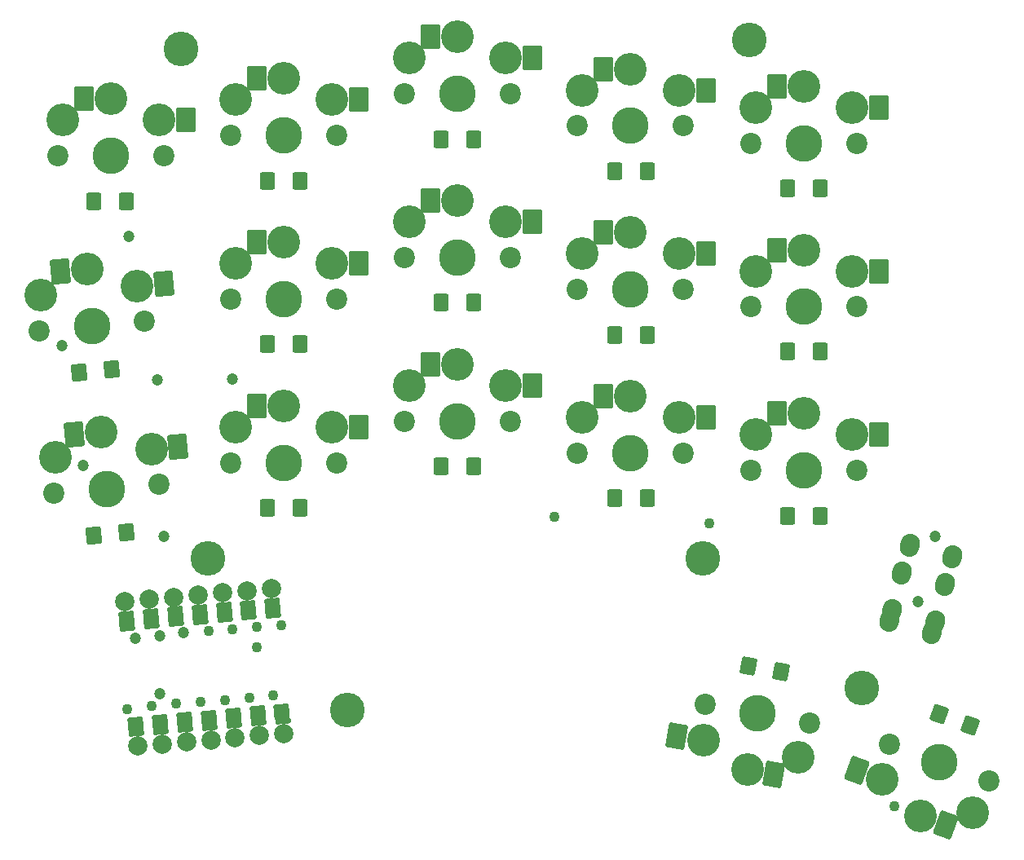
<source format=gbs>
G04 #@! TF.GenerationSoftware,KiCad,Pcbnew,7.0.5*
G04 #@! TF.CreationDate,2023-06-14T10:23:52+08:00*
G04 #@! TF.ProjectId,AWKB-C,41574b42-2d43-42e6-9b69-6361645f7063,rev?*
G04 #@! TF.SameCoordinates,Original*
G04 #@! TF.FileFunction,Soldermask,Bot*
G04 #@! TF.FilePolarity,Negative*
%FSLAX46Y46*%
G04 Gerber Fmt 4.6, Leading zero omitted, Abs format (unit mm)*
G04 Created by KiCad (PCBNEW 7.0.5) date 2023-06-14 10:23:52*
%MOMM*%
%LPD*%
G01*
G04 APERTURE LIST*
G04 Aperture macros list*
%AMRoundRect*
0 Rectangle with rounded corners*
0 $1 Rounding radius*
0 $2 $3 $4 $5 $6 $7 $8 $9 X,Y pos of 4 corners*
0 Add a 4 corners polygon primitive as box body*
4,1,4,$2,$3,$4,$5,$6,$7,$8,$9,$2,$3,0*
0 Add four circle primitives for the rounded corners*
1,1,$1+$1,$2,$3*
1,1,$1+$1,$4,$5*
1,1,$1+$1,$6,$7*
1,1,$1+$1,$8,$9*
0 Add four rect primitives between the rounded corners*
20,1,$1+$1,$2,$3,$4,$5,0*
20,1,$1+$1,$4,$5,$6,$7,0*
20,1,$1+$1,$6,$7,$8,$9,0*
20,1,$1+$1,$8,$9,$2,$3,0*%
%AMHorizOval*
0 Thick line with rounded ends*
0 $1 width*
0 $2 $3 position (X,Y) of the first rounded end (center of the circle)*
0 $4 $5 position (X,Y) of the second rounded end (center of the circle)*
0 Add line between two ends*
20,1,$1,$2,$3,$4,$5,0*
0 Add two circle primitives to create the rounded ends*
1,1,$1,$2,$3*
1,1,$1,$4,$5*%
%AMFreePoly0*
4,1,22,0.686777,0.580194,0.756366,0.524698,0.794986,0.444504,0.799999,0.400000,0.800000,0.200000,0.780194,0.113223,0.741421,0.058579,0.141421,-0.541421,0.066056,-0.588777,-0.022393,-0.598742,-0.106406,-0.569345,-0.141421,-0.541421,-0.741421,0.058579,-0.788777,0.133944,-0.800000,0.200000,-0.800000,0.400000,-0.780194,0.486777,-0.724698,0.556366,-0.644504,0.594986,-0.600000,0.600000,
0.600000,0.600000,0.686777,0.580194,0.686777,0.580194,$1*%
%AMFreePoly1*
4,1,26,0.706406,1.169345,0.769345,1.106406,0.798742,1.022393,0.800000,1.000000,0.800000,-0.250000,0.780194,-0.336777,0.724698,-0.406366,0.644504,-0.444986,0.600000,-0.450000,-0.600000,-0.450000,-0.686777,-0.430194,-0.756366,-0.374698,-0.794986,-0.294504,-0.800000,-0.250000,-0.800001,1.000000,-0.780194,1.086777,-0.724698,1.156366,-0.644504,1.194985,-0.555496,1.194986,-0.475302,1.156366,
-0.458579,1.141421,0.000000,0.682842,0.458579,1.141421,0.533944,1.188777,0.622393,1.198742,0.706406,1.169345,0.706406,1.169345,$1*%
G04 Aperture macros list end*
%ADD10C,0.100000*%
%ADD11C,2.200000*%
%ADD12C,3.400000*%
%ADD13C,3.800000*%
%ADD14RoundRect,0.200000X-0.800000X-1.100000X0.800000X-1.100000X0.800000X1.100000X-0.800000X1.100000X0*%
%ADD15RoundRect,0.200000X-0.600000X-0.700000X0.600000X-0.700000X0.600000X0.700000X-0.600000X0.700000X0*%
%ADD16C,3.600000*%
%ADD17RoundRect,0.200000X0.978859X0.944370X-0.596833X1.222207X-0.978859X-0.944370X0.596833X-1.222207X0*%
%ADD18RoundRect,0.200000X-0.701084X-1.165539X0.892827X-1.026090X0.701084X1.165539X-0.892827X1.026090X0*%
%ADD19RoundRect,0.200000X1.127976X0.760046X-0.375532X1.307278X-1.127976X-0.760046X0.375532X-1.307278X0*%
%ADD20C,2.000000*%
%ADD21FreePoly0,185.000000*%
%ADD22FreePoly0,5.000000*%
%ADD23FreePoly1,185.000000*%
%ADD24FreePoly1,5.000000*%
%ADD25RoundRect,0.200000X-0.803230X-0.452573X0.324401X-0.862997X0.803230X0.452573X-0.324401X0.862997X0*%
%ADD26RoundRect,0.200000X-0.712438X-0.585177X0.469331X-0.793554X0.712438X0.585177X-0.469331X0.793554X0*%
%ADD27RoundRect,0.200000X0.536708X0.749630X-0.658726X0.645043X-0.536708X-0.749630X0.658726X-0.645043X0*%
%ADD28RoundRect,0.200000X0.600000X0.700000X-0.600000X0.700000X-0.600000X-0.700000X0.600000X-0.700000X0*%
%ADD29C,1.200000*%
%ADD30HorizOval,2.000000X0.051764X0.193185X-0.051764X-0.193185X0*%
%ADD31HorizOval,2.000000X-0.051764X-0.193185X0.051764X0.193185X0*%
%ADD32C,1.100000*%
G04 APERTURE END LIST*
D10*
X115311113Y-135836693D02*
X114298979Y-135925243D01*
X114210429Y-134913109D01*
X115222563Y-134824559D01*
X115311113Y-135836693D01*
G36*
X115311113Y-135836693D02*
G01*
X114298979Y-135925243D01*
X114210429Y-134913109D01*
X115222563Y-134824559D01*
X115311113Y-135836693D01*
G37*
X117841447Y-135615317D02*
X116829314Y-135703868D01*
X116740763Y-134691734D01*
X117752897Y-134603184D01*
X117841447Y-135615317D01*
G36*
X117841447Y-135615317D02*
G01*
X116829314Y-135703868D01*
X116740763Y-134691734D01*
X117752897Y-134603184D01*
X117841447Y-135615317D01*
G37*
X120371782Y-135393942D02*
X119359648Y-135482492D01*
X119271098Y-134470358D01*
X120283232Y-134381808D01*
X120371782Y-135393942D01*
G36*
X120371782Y-135393942D02*
G01*
X119359648Y-135482492D01*
X119271098Y-134470358D01*
X120283232Y-134381808D01*
X120371782Y-135393942D01*
G37*
X122902116Y-135172566D02*
X121889983Y-135261116D01*
X121801432Y-134248983D01*
X122813566Y-134160432D01*
X122902116Y-135172566D01*
G36*
X122902116Y-135172566D02*
G01*
X121889983Y-135261116D01*
X121801432Y-134248983D01*
X122813566Y-134160432D01*
X122902116Y-135172566D01*
G37*
X125432451Y-134951191D02*
X124420317Y-135039741D01*
X124331767Y-134027607D01*
X125343901Y-133939057D01*
X125432451Y-134951191D01*
G36*
X125432451Y-134951191D02*
G01*
X124420317Y-135039741D01*
X124331767Y-134027607D01*
X125343901Y-133939057D01*
X125432451Y-134951191D01*
G37*
X127962786Y-134729815D02*
X126950652Y-134818365D01*
X126862102Y-133806231D01*
X127874235Y-133717681D01*
X127962786Y-134729815D01*
G36*
X127962786Y-134729815D02*
G01*
X126950652Y-134818365D01*
X126862102Y-133806231D01*
X127874235Y-133717681D01*
X127962786Y-134729815D01*
G37*
X130493120Y-134508439D02*
X129480986Y-134596990D01*
X129392436Y-133584856D01*
X130404570Y-133496306D01*
X130493120Y-134508439D01*
G36*
X130493120Y-134508439D02*
G01*
X129480986Y-134596990D01*
X129392436Y-133584856D01*
X130404570Y-133496306D01*
X130493120Y-134508439D01*
G37*
X114319350Y-124500794D02*
X113307216Y-124589345D01*
X113218666Y-123577211D01*
X114230800Y-123488660D01*
X114319350Y-124500794D01*
G36*
X114319350Y-124500794D02*
G01*
X113307216Y-124589345D01*
X113218666Y-123577211D01*
X114230800Y-123488660D01*
X114319350Y-124500794D01*
G37*
X116849685Y-124279419D02*
X115837551Y-124367969D01*
X115749001Y-123355835D01*
X116761135Y-123267285D01*
X116849685Y-124279419D01*
G36*
X116849685Y-124279419D02*
G01*
X115837551Y-124367969D01*
X115749001Y-123355835D01*
X116761135Y-123267285D01*
X116849685Y-124279419D01*
G37*
X119380019Y-124058043D02*
X118367886Y-124146593D01*
X118279335Y-123134460D01*
X119291469Y-123045909D01*
X119380019Y-124058043D01*
G36*
X119380019Y-124058043D02*
G01*
X118367886Y-124146593D01*
X118279335Y-123134460D01*
X119291469Y-123045909D01*
X119380019Y-124058043D01*
G37*
X121910354Y-123836668D02*
X120898220Y-123925218D01*
X120809670Y-122913084D01*
X121821804Y-122824534D01*
X121910354Y-123836668D01*
G36*
X121910354Y-123836668D02*
G01*
X120898220Y-123925218D01*
X120809670Y-122913084D01*
X121821804Y-122824534D01*
X121910354Y-123836668D01*
G37*
X124440688Y-123615292D02*
X123428555Y-123703842D01*
X123340004Y-122691708D01*
X124352138Y-122603158D01*
X124440688Y-123615292D01*
G36*
X124440688Y-123615292D02*
G01*
X123428555Y-123703842D01*
X123340004Y-122691708D01*
X124352138Y-122603158D01*
X124440688Y-123615292D01*
G37*
X126971023Y-123393916D02*
X125958889Y-123482467D01*
X125870339Y-122470333D01*
X126882473Y-122381783D01*
X126971023Y-123393916D01*
G36*
X126971023Y-123393916D02*
G01*
X125958889Y-123482467D01*
X125870339Y-122470333D01*
X126882473Y-122381783D01*
X126971023Y-123393916D01*
G37*
X129501357Y-123172541D02*
X128489224Y-123261091D01*
X128400673Y-122248957D01*
X129412807Y-122160407D01*
X129501357Y-123172541D01*
G36*
X129501357Y-123172541D02*
G01*
X128489224Y-123261091D01*
X128400673Y-122248957D01*
X129412807Y-122160407D01*
X129501357Y-123172541D01*
G37*
D11*
X124613328Y-107786994D03*
D12*
X125113328Y-104086994D03*
X130113328Y-101886994D03*
D13*
X130113328Y-107786994D03*
D12*
X135113328Y-104086994D03*
D11*
X135613328Y-107786994D03*
D14*
X127313328Y-101886994D03*
X137913328Y-104086994D03*
D15*
X164490000Y-111488000D03*
X167890000Y-111488000D03*
D11*
X124613328Y-90787394D03*
D12*
X125113328Y-87087394D03*
X130113328Y-84887394D03*
D13*
X130113328Y-90787394D03*
D12*
X135113328Y-87087394D03*
D11*
X135613328Y-90787394D03*
D14*
X127313328Y-84887394D03*
X137913328Y-87087394D03*
D16*
X178421800Y-63833186D03*
D15*
X164490000Y-94487600D03*
X167890000Y-94487600D03*
D11*
X184676360Y-134804242D03*
D12*
X183541458Y-138361207D03*
X178235393Y-139659543D03*
D13*
X179259917Y-133849177D03*
D12*
X173693380Y-136624725D03*
D11*
X173843474Y-132894112D03*
D17*
X180992854Y-140145758D03*
X170935918Y-136138510D03*
D11*
X106613128Y-75911104D03*
D12*
X107113128Y-72211104D03*
X112113128Y-70011104D03*
D13*
X112113128Y-75911104D03*
D12*
X117113128Y-72211104D03*
D11*
X117613128Y-75911104D03*
D14*
X109313128Y-70011104D03*
X119913128Y-72211104D03*
D11*
X104684341Y-94064498D03*
D12*
X104859962Y-90334999D03*
X109649193Y-87707592D03*
D13*
X110163412Y-93585141D03*
D12*
X114821909Y-89463442D03*
D11*
X115642483Y-93105784D03*
D18*
X106859848Y-87951628D03*
X117611254Y-89219406D03*
D15*
X128390000Y-112487400D03*
X131790000Y-112487400D03*
X164490000Y-77487640D03*
X167890000Y-77487640D03*
D16*
X173595800Y-117731986D03*
D15*
X182413000Y-96243586D03*
X185813000Y-96243586D03*
X146413102Y-74177440D03*
X149813102Y-74177440D03*
X182413000Y-113287000D03*
X185813000Y-113287000D03*
D16*
X136664200Y-133479986D03*
D11*
X203364600Y-140795186D03*
D12*
X201629280Y-144101038D03*
X196178372Y-144458261D03*
D13*
X198196291Y-138914075D03*
D12*
X192232353Y-140680837D03*
D11*
X193027982Y-137032964D03*
D19*
X198809511Y-145415918D03*
X189601214Y-139723181D03*
D20*
X114923682Y-137236988D03*
X117454017Y-137015613D03*
X119984351Y-136794237D03*
X122514686Y-136572862D03*
X125045021Y-136351486D03*
X127575355Y-136130110D03*
X130105690Y-135908735D03*
D21*
X114782908Y-135627935D03*
X117313243Y-135406559D03*
X119843577Y-135185183D03*
X122373912Y-134963808D03*
X124904247Y-134742432D03*
X127434581Y-134521057D03*
X129964916Y-134299681D03*
D22*
X113746871Y-123785969D03*
X116277205Y-123564593D03*
X118807540Y-123343218D03*
X121337874Y-123121842D03*
X123868209Y-122900467D03*
X126398543Y-122679091D03*
X128928878Y-122457716D03*
D20*
X113607404Y-122191858D03*
X116137739Y-121970483D03*
X118668073Y-121749107D03*
X121198408Y-121527732D03*
X123728742Y-121306356D03*
X126259077Y-121084980D03*
X128789411Y-120863605D03*
D23*
X114694358Y-134615801D03*
X117224693Y-134394425D03*
X119755027Y-134173050D03*
X122285362Y-133951674D03*
X124815696Y-133730298D03*
X127346031Y-133508923D03*
X129876365Y-133287547D03*
D24*
X129017428Y-123469849D03*
X126487094Y-123691225D03*
X123956759Y-123912601D03*
X121426425Y-124133976D03*
X118896090Y-124355352D03*
X116365755Y-124576727D03*
X113835421Y-124798103D03*
D15*
X182413000Y-79287200D03*
X185813000Y-79287200D03*
D11*
X142612728Y-103477194D03*
D12*
X143112728Y-99777194D03*
X148112728Y-97577194D03*
D13*
X148112728Y-103477194D03*
D12*
X153112728Y-99777194D03*
D11*
X153612728Y-103477194D03*
D14*
X145312728Y-97577194D03*
X155912728Y-99777194D03*
D16*
X190156600Y-131143186D03*
D25*
X198187135Y-133889558D03*
X201382089Y-135052426D03*
D11*
X160612928Y-72787234D03*
D12*
X161112928Y-69087234D03*
X166112928Y-66887234D03*
D13*
X166112928Y-72787234D03*
D12*
X171112928Y-69087234D03*
D11*
X171612928Y-72787234D03*
D14*
X163312928Y-66887234D03*
X173912928Y-69087234D03*
D11*
X124613328Y-73787794D03*
D12*
X125113328Y-70087794D03*
X130113328Y-67887794D03*
D13*
X130113328Y-73787794D03*
D12*
X135113328Y-70087794D03*
D11*
X135613328Y-73787794D03*
D14*
X127313328Y-67887794D03*
X137913328Y-70087794D03*
D11*
X178612626Y-74586794D03*
D12*
X179112626Y-70886794D03*
X184112626Y-68686794D03*
D13*
X184112626Y-74586794D03*
D12*
X189112626Y-70886794D03*
D11*
X189612626Y-74586794D03*
D14*
X181312626Y-68686794D03*
X191912626Y-70886794D03*
D26*
X178387241Y-128875674D03*
X181735587Y-129466078D03*
D27*
X113778800Y-115046186D03*
X110391738Y-115342516D03*
D15*
X128390000Y-95487800D03*
X131790000Y-95487800D03*
D27*
X112267000Y-98104386D03*
X108879938Y-98400716D03*
D15*
X128390000Y-78488200D03*
X131790000Y-78488200D03*
D11*
X160612928Y-106787594D03*
D12*
X161112928Y-103087594D03*
X166112928Y-100887594D03*
D13*
X166112928Y-106787594D03*
D12*
X171112928Y-103087594D03*
D11*
X171612928Y-106787594D03*
D14*
X163312928Y-100887594D03*
X173912928Y-103087594D03*
D15*
X146413102Y-108177600D03*
X149813102Y-108177600D03*
D28*
X113740000Y-80611510D03*
X110340000Y-80611510D03*
D16*
X122237000Y-117731986D03*
D29*
X197744692Y-115411243D03*
X195932958Y-122172724D03*
D30*
X193263064Y-123134476D03*
D31*
X197740477Y-124313489D03*
D30*
X194298340Y-119270772D03*
D31*
X198775753Y-120449786D03*
D30*
X195074797Y-116372995D03*
D31*
X199552210Y-117552008D03*
X193012517Y-124185440D03*
D30*
X197421622Y-125387562D03*
D11*
X178612626Y-108586594D03*
D12*
X179112626Y-104886594D03*
X184112626Y-102686594D03*
D13*
X184112626Y-108586594D03*
D12*
X189112626Y-104886594D03*
D11*
X189612626Y-108586594D03*
D14*
X181312626Y-102686594D03*
X191912626Y-104886594D03*
D11*
X160612928Y-89787194D03*
D12*
X161112928Y-86087194D03*
X166112928Y-83887194D03*
D13*
X166112928Y-89787194D03*
D12*
X171112928Y-86087194D03*
D11*
X171612928Y-89787194D03*
D14*
X163312928Y-83887194D03*
X173912928Y-86087194D03*
D15*
X146413102Y-91177400D03*
X149813102Y-91177400D03*
D11*
X178612626Y-91586594D03*
D12*
X179112626Y-87886594D03*
X184112626Y-85686594D03*
D13*
X184112626Y-91586594D03*
D12*
X189112626Y-87886594D03*
D11*
X189612626Y-91586594D03*
D14*
X181312626Y-85686594D03*
X191912626Y-87886594D03*
D11*
X142612728Y-69477034D03*
D12*
X143112728Y-65777034D03*
X148112728Y-63577034D03*
D13*
X148112728Y-69477034D03*
D12*
X153112728Y-65777034D03*
D11*
X153612728Y-69477034D03*
D14*
X145312728Y-63577034D03*
X155912728Y-65777034D03*
D16*
X119417600Y-64839600D03*
D11*
X142612728Y-86476994D03*
D12*
X143112728Y-82776994D03*
X148112728Y-80576994D03*
D13*
X148112728Y-86476994D03*
D12*
X153112728Y-82776994D03*
D11*
X153612728Y-86476994D03*
D14*
X145312728Y-80576994D03*
X155912728Y-82776994D03*
D11*
X106198087Y-110992197D03*
D12*
X106373708Y-107262698D03*
X111162939Y-104635291D03*
D13*
X111677158Y-110512840D03*
D12*
X116335655Y-106391141D03*
D11*
X117156229Y-110033483D03*
D18*
X108373594Y-104879327D03*
X119125000Y-106147105D03*
D29*
X117216300Y-131752786D03*
D32*
X128390000Y-78488200D03*
X113740000Y-80611510D03*
X146413102Y-74177440D03*
X164490000Y-77487640D03*
X121432700Y-132591772D03*
X182413000Y-79287200D03*
X146413102Y-91177400D03*
X112267000Y-98104386D03*
X118896090Y-132794972D03*
X128390000Y-95487800D03*
X164490000Y-94487600D03*
X182413000Y-96243586D03*
X116365755Y-133035917D03*
X128390000Y-112487400D03*
X113778800Y-115046186D03*
X146413102Y-108177600D03*
X182413000Y-113287000D03*
X164490000Y-111488000D03*
X127325500Y-126990472D03*
X178387241Y-128875674D03*
X198187135Y-133889558D03*
X127325500Y-124819372D03*
X119913128Y-72211104D03*
X110340000Y-80611510D03*
X131790000Y-78488200D03*
X137913328Y-70087794D03*
X155912728Y-65777034D03*
X149813102Y-74177440D03*
X173912928Y-69087234D03*
X167890000Y-77487640D03*
X185813000Y-79287200D03*
X191912626Y-70886794D03*
X117611254Y-89219406D03*
X108879938Y-98400716D03*
D29*
X117216300Y-125784572D03*
X117614200Y-115395186D03*
X114007400Y-84254786D03*
X124777000Y-99088386D03*
X117004600Y-99189986D03*
X109283000Y-108079986D03*
X107098600Y-95583186D03*
D32*
X108373594Y-104879327D03*
X113835421Y-133353772D03*
X106859848Y-87951628D03*
X109313128Y-70011104D03*
X127313328Y-67887794D03*
X127313328Y-101886994D03*
X127313328Y-84887394D03*
X123956759Y-132439372D03*
X126512700Y-132236172D03*
X145312728Y-63577034D03*
X145312728Y-80576994D03*
X145312728Y-97577194D03*
X163312928Y-100887594D03*
X163312928Y-83887194D03*
X158212928Y-113420386D03*
X180992854Y-140145758D03*
X122285362Y-125276572D03*
X163312928Y-66887234D03*
X131790000Y-95487800D03*
X137913328Y-87087394D03*
X149813102Y-91177400D03*
X155912728Y-82776994D03*
X173912928Y-86087194D03*
X167890000Y-94487600D03*
X129865500Y-124666972D03*
X185813000Y-96243586D03*
X191912626Y-87886594D03*
X119125000Y-106147105D03*
X110391738Y-115342516D03*
X131790000Y-112487400D03*
X137913328Y-104086994D03*
X155912728Y-99777194D03*
X149813102Y-108177600D03*
X173912928Y-103087594D03*
X167890000Y-111488000D03*
X191912626Y-104886594D03*
X185813000Y-113287000D03*
X181735587Y-129466077D03*
X170935918Y-136138510D03*
X193547233Y-143500605D03*
X201382090Y-135052426D03*
X129001900Y-131982172D03*
D29*
X114676300Y-125987772D03*
D32*
X124785500Y-125073372D03*
X181312626Y-68686794D03*
X181312626Y-102686594D03*
X174275944Y-114094886D03*
X181312626Y-85686594D03*
X198809511Y-145415918D03*
D29*
X119705500Y-125428972D03*
M02*

</source>
